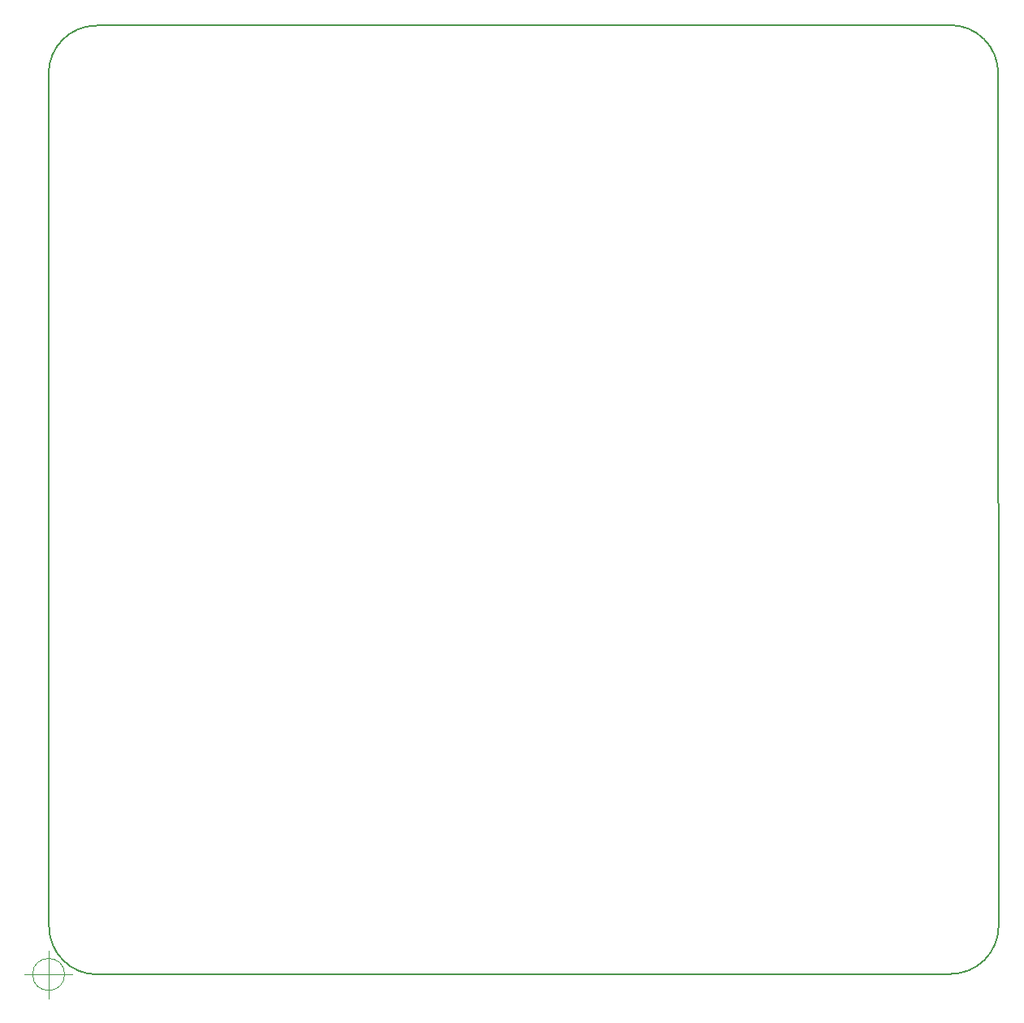
<source format=gbr>
%TF.GenerationSoftware,KiCad,Pcbnew,(6.0.0)*%
%TF.CreationDate,2022-02-28T16:45:59-03:00*%
%TF.ProjectId,Circuito fuente,43697263-7569-4746-9f20-6675656e7465,V02*%
%TF.SameCoordinates,Original*%
%TF.FileFunction,Profile,NP*%
%FSLAX46Y46*%
G04 Gerber Fmt 4.6, Leading zero omitted, Abs format (unit mm)*
G04 Created by KiCad (PCBNEW (6.0.0)) date 2022-02-28 16:45:59*
%MOMM*%
%LPD*%
G01*
G04 APERTURE LIST*
%TA.AperFunction,Profile*%
%ADD10C,0.050000*%
%TD*%
%TA.AperFunction,Profile*%
%ADD11C,0.200000*%
%TD*%
G04 APERTURE END LIST*
D10*
X99666666Y-127500000D02*
G75*
G03*
X99666666Y-127500000I-1666666J0D01*
G01*
X95500000Y-127500000D02*
X100500000Y-127500000D01*
X98000000Y-125000000D02*
X98000000Y-130000000D01*
D11*
X103000000Y-28550000D02*
X192000000Y-28500000D01*
X98050000Y-122500000D02*
G75*
G03*
X103050000Y-127500000I5000000J0D01*
G01*
X98050000Y-122500000D02*
X98000000Y-33550000D01*
X192050000Y-127450000D02*
G75*
G03*
X197050000Y-122450000I0J5000000D01*
G01*
X197000000Y-33500000D02*
X197050000Y-122450000D01*
X197000000Y-33500000D02*
G75*
G03*
X192000000Y-28500000I-5000000J0D01*
G01*
X192050000Y-127450000D02*
X103050000Y-127500000D01*
X103000000Y-28550000D02*
G75*
G03*
X98000000Y-33550000I0J-5000000D01*
G01*
M02*

</source>
